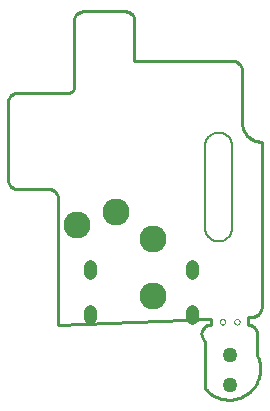
<source format=gbp>
G75*
G70*
%OFA0B0*%
%FSLAX24Y24*%
%IPPOS*%
%LPD*%
%AMOC8*
5,1,8,0,0,1.08239X$1,22.5*
%
%ADD10C,0.0050*%
%ADD11C,0.0100*%
%ADD12C,0.0000*%
%ADD13C,0.0004*%
%ADD14C,0.0433*%
%ADD15C,0.0900*%
%ADD16C,0.0500*%
D10*
X007158Y005886D02*
X007158Y008596D01*
X007160Y008637D01*
X007165Y008677D01*
X007174Y008717D01*
X007187Y008756D01*
X007203Y008793D01*
X007222Y008829D01*
X007245Y008863D01*
X007270Y008895D01*
X007299Y008925D01*
X007329Y008952D01*
X007362Y008976D01*
X007397Y008997D01*
X007434Y009014D01*
X007472Y009029D01*
X007512Y009040D01*
X007552Y009047D01*
X007593Y009051D01*
X007633Y009051D01*
X007674Y009047D01*
X007714Y009040D01*
X007754Y009029D01*
X007792Y009014D01*
X007829Y008997D01*
X007864Y008976D01*
X007897Y008952D01*
X007927Y008925D01*
X007956Y008895D01*
X007981Y008863D01*
X008004Y008829D01*
X008023Y008793D01*
X008039Y008756D01*
X008052Y008717D01*
X008061Y008677D01*
X008066Y008637D01*
X008068Y008596D01*
X008068Y005886D01*
X008066Y005845D01*
X008061Y005805D01*
X008052Y005765D01*
X008039Y005726D01*
X008023Y005689D01*
X008004Y005653D01*
X007981Y005619D01*
X007956Y005587D01*
X007927Y005557D01*
X007897Y005530D01*
X007864Y005506D01*
X007829Y005485D01*
X007792Y005468D01*
X007754Y005453D01*
X007714Y005442D01*
X007674Y005435D01*
X007633Y005431D01*
X007593Y005431D01*
X007552Y005435D01*
X007512Y005442D01*
X007472Y005453D01*
X007434Y005468D01*
X007397Y005485D01*
X007362Y005506D01*
X007329Y005530D01*
X007299Y005557D01*
X007270Y005587D01*
X007245Y005619D01*
X007222Y005653D01*
X007203Y005689D01*
X007187Y005726D01*
X007174Y005765D01*
X007165Y005805D01*
X007160Y005845D01*
X007158Y005886D01*
D11*
X007364Y002832D02*
X002254Y002646D01*
X002254Y006898D01*
X002248Y006931D01*
X002239Y006963D01*
X002226Y006994D01*
X002210Y007023D01*
X002192Y007050D01*
X002170Y007076D01*
X002146Y007099D01*
X002120Y007119D01*
X002092Y007137D01*
X002062Y007151D01*
X002031Y007162D01*
X001999Y007170D01*
X001966Y007175D01*
X001933Y007176D01*
X001900Y007174D01*
X001899Y007174D02*
X000904Y007174D01*
X000871Y007176D01*
X000839Y007181D01*
X000807Y007189D01*
X000776Y007201D01*
X000747Y007216D01*
X000719Y007234D01*
X000693Y007255D01*
X000670Y007278D01*
X000649Y007304D01*
X000631Y007331D01*
X000616Y007361D01*
X000604Y007392D01*
X000596Y007424D01*
X000591Y007456D01*
X000589Y007489D01*
X000589Y010062D01*
X000591Y010095D01*
X000596Y010127D01*
X000604Y010159D01*
X000616Y010190D01*
X000631Y010219D01*
X000649Y010247D01*
X000670Y010273D01*
X000693Y010296D01*
X000719Y010317D01*
X000747Y010335D01*
X000776Y010350D01*
X000807Y010362D01*
X000839Y010370D01*
X000871Y010375D01*
X000904Y010377D01*
X002595Y010377D01*
X002595Y010376D02*
X002621Y010378D01*
X002646Y010383D01*
X002670Y010391D01*
X002693Y010402D01*
X002715Y010417D01*
X002734Y010434D01*
X002751Y010453D01*
X002766Y010474D01*
X002777Y010498D01*
X002785Y010522D01*
X002790Y010547D01*
X002792Y010573D01*
X002792Y012782D01*
X002794Y012815D01*
X002799Y012847D01*
X002807Y012879D01*
X002819Y012910D01*
X002834Y012939D01*
X002852Y012967D01*
X002873Y012993D01*
X002896Y013016D01*
X002922Y013037D01*
X002950Y013055D01*
X002979Y013070D01*
X003010Y013082D01*
X003042Y013090D01*
X003074Y013095D01*
X003107Y013097D01*
X004489Y013097D01*
X004522Y013095D01*
X004554Y013090D01*
X004586Y013082D01*
X004617Y013070D01*
X004646Y013055D01*
X004674Y013037D01*
X004700Y013016D01*
X004723Y012993D01*
X004744Y012967D01*
X004762Y012939D01*
X004777Y012910D01*
X004789Y012879D01*
X004797Y012847D01*
X004802Y012815D01*
X004804Y012782D01*
X004804Y011456D01*
X008073Y011456D01*
X008073Y011455D02*
X008108Y011452D01*
X008142Y011444D01*
X008175Y011433D01*
X008207Y011419D01*
X008237Y011401D01*
X008265Y011380D01*
X008291Y011356D01*
X008315Y011330D01*
X008335Y011302D01*
X008352Y011271D01*
X008367Y011239D01*
X008377Y011206D01*
X008384Y011171D01*
X008388Y011136D01*
X008387Y011101D01*
X008388Y011101D02*
X008388Y009382D01*
X008387Y009381D02*
X008391Y009333D01*
X008397Y009285D01*
X008408Y009237D01*
X008422Y009191D01*
X008439Y009145D01*
X008460Y009101D01*
X008484Y009059D01*
X008511Y009019D01*
X008541Y008981D01*
X008574Y008945D01*
X008610Y008911D01*
X008647Y008881D01*
X008687Y008853D01*
X008729Y008828D01*
X008773Y008807D01*
X008818Y008789D01*
X008864Y008774D01*
X008912Y008763D01*
X008960Y008756D01*
X009008Y008752D01*
X009057Y008751D01*
X009057Y008752D02*
X009057Y003294D01*
X009055Y003255D01*
X009049Y003217D01*
X009040Y003180D01*
X009027Y003143D01*
X009010Y003108D01*
X008991Y003075D01*
X008968Y003044D01*
X008942Y003015D01*
X008913Y002989D01*
X008882Y002966D01*
X008849Y002947D01*
X008814Y002930D01*
X008777Y002917D01*
X008740Y002908D01*
X008702Y002902D01*
X008663Y002900D01*
X008663Y002901D02*
X008585Y002901D01*
X008585Y002646D01*
X008618Y002644D01*
X008650Y002639D01*
X008682Y002631D01*
X008713Y002619D01*
X008742Y002604D01*
X008770Y002586D01*
X008796Y002565D01*
X008819Y002542D01*
X008840Y002516D01*
X008858Y002488D01*
X008873Y002459D01*
X008885Y002428D01*
X008893Y002396D01*
X008898Y002364D01*
X008900Y002331D01*
X008900Y001623D01*
X008925Y001565D01*
X008947Y001505D01*
X008964Y001444D01*
X008978Y001382D01*
X008988Y001320D01*
X008995Y001257D01*
X008997Y001193D01*
X008995Y001130D01*
X008990Y001066D01*
X008981Y001004D01*
X008968Y000942D01*
X008951Y000880D01*
X008930Y000820D01*
X008906Y000762D01*
X008878Y000705D01*
X008847Y000649D01*
X008813Y000596D01*
X008775Y000545D01*
X008734Y000496D01*
X008690Y000450D01*
X008644Y000407D01*
X008595Y000367D01*
X008544Y000329D01*
X008490Y000295D01*
X008435Y000265D01*
X008377Y000237D01*
X008318Y000214D01*
X008258Y000194D01*
X008197Y000177D01*
X008135Y000165D01*
X008072Y000156D01*
X008009Y000151D01*
X007945Y000150D01*
X007882Y000153D01*
X007819Y000160D01*
X007756Y000170D01*
X007694Y000185D01*
X007633Y000203D01*
X007574Y000225D01*
X007516Y000251D01*
X007459Y000280D01*
X007405Y000312D01*
X007352Y000348D01*
X007302Y000387D01*
X007254Y000428D01*
X007209Y000473D01*
X007167Y000520D01*
X007167Y002095D01*
X007168Y002096D02*
X007141Y002117D01*
X007116Y002141D01*
X007095Y002168D01*
X007076Y002197D01*
X007061Y002228D01*
X007050Y002260D01*
X007042Y002293D01*
X007038Y002328D01*
X007039Y002362D01*
X007043Y002396D01*
X007050Y002430D01*
X007062Y002462D01*
X007077Y002493D01*
X007096Y002522D01*
X007117Y002548D01*
X007142Y002572D01*
X007169Y002593D01*
X007198Y002611D01*
X007229Y002626D01*
X007262Y002637D01*
X007296Y002644D01*
X007330Y002647D01*
X007364Y002646D01*
X007364Y002832D01*
D12*
X007650Y002746D02*
X007652Y002765D01*
X007658Y002783D01*
X007667Y002799D01*
X007680Y002813D01*
X007695Y002824D01*
X007712Y002832D01*
X007731Y002836D01*
X007749Y002836D01*
X007768Y002832D01*
X007785Y002824D01*
X007800Y002813D01*
X007813Y002799D01*
X007822Y002783D01*
X007828Y002765D01*
X007830Y002746D01*
X007828Y002727D01*
X007822Y002709D01*
X007813Y002693D01*
X007800Y002679D01*
X007785Y002668D01*
X007768Y002660D01*
X007749Y002656D01*
X007731Y002656D01*
X007712Y002660D01*
X007695Y002668D01*
X007680Y002679D01*
X007667Y002693D01*
X007658Y002709D01*
X007652Y002727D01*
X007650Y002746D01*
X008130Y002746D02*
X008132Y002765D01*
X008138Y002783D01*
X008147Y002799D01*
X008160Y002813D01*
X008175Y002824D01*
X008192Y002832D01*
X008211Y002836D01*
X008229Y002836D01*
X008248Y002832D01*
X008265Y002824D01*
X008280Y002813D01*
X008293Y002799D01*
X008302Y002783D01*
X008308Y002765D01*
X008310Y002746D01*
X008308Y002727D01*
X008302Y002709D01*
X008293Y002693D01*
X008280Y002679D01*
X008265Y002668D01*
X008248Y002660D01*
X008229Y002656D01*
X008211Y002656D01*
X008192Y002660D01*
X008175Y002668D01*
X008160Y002679D01*
X008147Y002693D01*
X008138Y002709D01*
X008132Y002727D01*
X008130Y002746D01*
D13*
X006855Y002860D02*
X006855Y003104D01*
X006853Y003124D01*
X006848Y003144D01*
X006839Y003163D01*
X006827Y003180D01*
X006813Y003194D01*
X006796Y003206D01*
X006777Y003215D01*
X006757Y003220D01*
X006737Y003222D01*
X006717Y003220D01*
X006697Y003215D01*
X006678Y003206D01*
X006661Y003194D01*
X006647Y003180D01*
X006635Y003163D01*
X006626Y003144D01*
X006621Y003124D01*
X006619Y003104D01*
X006619Y002860D01*
X006621Y002840D01*
X006626Y002820D01*
X006635Y002801D01*
X006647Y002784D01*
X006661Y002770D01*
X006678Y002758D01*
X006697Y002749D01*
X006717Y002744D01*
X006737Y002742D01*
X006757Y002744D01*
X006777Y002749D01*
X006796Y002758D01*
X006813Y002770D01*
X006827Y002784D01*
X006839Y002801D01*
X006848Y002820D01*
X006853Y002840D01*
X006855Y002860D01*
X006855Y004356D02*
X006855Y004600D01*
X006853Y004620D01*
X006848Y004640D01*
X006839Y004659D01*
X006827Y004676D01*
X006813Y004690D01*
X006796Y004702D01*
X006777Y004711D01*
X006757Y004716D01*
X006737Y004718D01*
X006717Y004716D01*
X006697Y004711D01*
X006678Y004702D01*
X006661Y004690D01*
X006647Y004676D01*
X006635Y004659D01*
X006626Y004640D01*
X006621Y004620D01*
X006619Y004600D01*
X006619Y004356D01*
X006621Y004336D01*
X006626Y004316D01*
X006635Y004297D01*
X006647Y004280D01*
X006661Y004266D01*
X006678Y004254D01*
X006697Y004245D01*
X006717Y004240D01*
X006737Y004238D01*
X006757Y004240D01*
X006777Y004245D01*
X006796Y004254D01*
X006813Y004266D01*
X006827Y004280D01*
X006839Y004297D01*
X006848Y004316D01*
X006853Y004336D01*
X006855Y004356D01*
X003454Y004356D02*
X003454Y004600D01*
X003452Y004620D01*
X003447Y004640D01*
X003438Y004659D01*
X003426Y004676D01*
X003412Y004690D01*
X003395Y004702D01*
X003376Y004711D01*
X003356Y004716D01*
X003336Y004718D01*
X003316Y004716D01*
X003296Y004711D01*
X003277Y004702D01*
X003260Y004690D01*
X003246Y004676D01*
X003234Y004659D01*
X003225Y004640D01*
X003220Y004620D01*
X003218Y004600D01*
X003218Y004356D01*
X003220Y004336D01*
X003225Y004316D01*
X003234Y004297D01*
X003246Y004280D01*
X003260Y004266D01*
X003277Y004254D01*
X003296Y004245D01*
X003316Y004240D01*
X003336Y004238D01*
X003356Y004240D01*
X003376Y004245D01*
X003395Y004254D01*
X003412Y004266D01*
X003426Y004280D01*
X003438Y004297D01*
X003447Y004316D01*
X003452Y004336D01*
X003454Y004356D01*
X003454Y003104D02*
X003454Y002860D01*
X003452Y002840D01*
X003447Y002820D01*
X003438Y002801D01*
X003426Y002784D01*
X003412Y002770D01*
X003395Y002758D01*
X003376Y002749D01*
X003356Y002744D01*
X003336Y002742D01*
X003316Y002744D01*
X003296Y002749D01*
X003277Y002758D01*
X003260Y002770D01*
X003246Y002784D01*
X003234Y002801D01*
X003225Y002820D01*
X003220Y002840D01*
X003218Y002860D01*
X003218Y003104D01*
X003220Y003124D01*
X003225Y003144D01*
X003234Y003163D01*
X003246Y003180D01*
X003260Y003194D01*
X003277Y003206D01*
X003296Y003215D01*
X003316Y003220D01*
X003336Y003222D01*
X003356Y003220D01*
X003376Y003215D01*
X003395Y003206D01*
X003412Y003194D01*
X003426Y003180D01*
X003438Y003163D01*
X003447Y003144D01*
X003452Y003124D01*
X003454Y003104D01*
D14*
X003336Y002862D02*
X003336Y002862D01*
X003336Y003098D01*
X003336Y003098D01*
X003336Y002862D01*
X003336Y004358D02*
X003336Y004358D01*
X003336Y004594D01*
X003336Y004594D01*
X003336Y004358D01*
X006737Y004358D02*
X006737Y004358D01*
X006737Y004594D01*
X006737Y004594D01*
X006737Y004358D01*
X006737Y002862D02*
X006737Y002862D01*
X006737Y003098D01*
X006737Y003098D01*
X006737Y002862D01*
D15*
X005427Y003616D03*
X005427Y005516D03*
X004197Y006396D03*
X002897Y005976D03*
D16*
X007987Y001646D03*
X007987Y000646D03*
M02*

</source>
